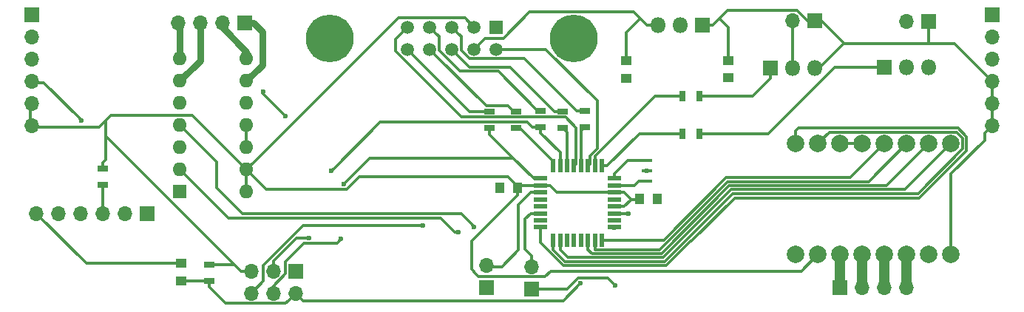
<source format=gtl>
G04 #@! TF.FileFunction,Copper,L1,Top,Signal*
%FSLAX46Y46*%
G04 Gerber Fmt 4.6, Leading zero omitted, Abs format (unit mm)*
G04 Created by KiCad (PCBNEW 4.0.6) date 07/11/17 19:08:17*
%MOMM*%
%LPD*%
G01*
G04 APERTURE LIST*
%ADD10C,0.100000*%
%ADD11R,1.250000X1.000000*%
%ADD12R,1.700000X1.700000*%
%ADD13O,1.700000X1.700000*%
%ADD14C,5.460000*%
%ADD15R,1.520000X1.520000*%
%ADD16C,1.520000*%
%ADD17R,1.600000X1.600000*%
%ADD18O,1.600000X1.600000*%
%ADD19C,2.000000*%
%ADD20R,1.800000X1.800000*%
%ADD21O,1.800000X1.800000*%
%ADD22R,0.700000X1.300000*%
%ADD23R,1.300000X0.700000*%
%ADD24R,1.600000X0.550000*%
%ADD25R,0.550000X1.600000*%
%ADD26R,1.300000X0.400000*%
%ADD27R,1.000000X1.250000*%
%ADD28C,0.600000*%
%ADD29C,0.300000*%
%ADD30C,1.200000*%
%ADD31C,0.750000*%
G04 APERTURE END LIST*
D10*
D11*
X170053000Y-83217000D03*
X170053000Y-85217000D03*
D12*
X204724000Y-78740000D03*
D13*
X202184000Y-78740000D03*
D14*
X164084000Y-80645000D03*
X136144000Y-80645000D03*
D15*
X155194000Y-79375000D03*
D16*
X155194000Y-81915000D03*
X152654000Y-79375000D03*
X152654000Y-81915000D03*
X150114000Y-79375000D03*
X150114000Y-81915000D03*
X147574000Y-79375000D03*
X147574000Y-81915000D03*
X145034000Y-79375000D03*
X145034000Y-81915000D03*
D17*
X118972340Y-98214246D03*
D18*
X126592340Y-82974246D03*
X118972340Y-95674246D03*
X126592340Y-85514246D03*
X118972340Y-93134246D03*
X126592340Y-88054246D03*
X118972340Y-90594246D03*
X126592340Y-90594246D03*
X118972340Y-88054246D03*
X126592340Y-93134246D03*
X118972340Y-85514246D03*
X126592340Y-95674246D03*
X118972340Y-82974246D03*
X126592340Y-98214246D03*
D19*
X199644000Y-105410000D03*
X202184000Y-105410000D03*
X204724000Y-105410000D03*
X207264000Y-105410000D03*
X197104000Y-105410000D03*
X194564000Y-105410000D03*
X192024000Y-105410000D03*
X189484000Y-105410000D03*
X192024000Y-92710000D03*
X199644000Y-92710000D03*
X189484000Y-92710000D03*
X204724000Y-92710000D03*
X207264000Y-92710000D03*
X197104000Y-92710000D03*
X194564000Y-92710000D03*
X202184000Y-92710000D03*
D12*
X194556478Y-109224382D03*
D13*
X197096478Y-109224382D03*
X199636478Y-109224382D03*
X202176478Y-109224382D03*
D12*
X159258000Y-109347000D03*
D13*
X159258000Y-106807000D03*
D12*
X126372437Y-78942429D03*
D13*
X123832437Y-78942429D03*
X121292437Y-78942429D03*
X118752437Y-78942429D03*
D12*
X154051000Y-109220000D03*
D13*
X154051000Y-106680000D03*
D20*
X199644000Y-83947000D03*
D21*
X202184000Y-83947000D03*
X204724000Y-83947000D03*
D12*
X191643000Y-78613000D03*
D13*
X189103000Y-78613000D03*
D20*
X186563000Y-84074000D03*
D21*
X189103000Y-84074000D03*
X191643000Y-84074000D03*
D22*
X178435000Y-91567000D03*
X176535000Y-91567000D03*
X178435000Y-87249000D03*
X176535000Y-87249000D03*
D23*
X160233664Y-88938208D03*
X160233664Y-90838208D03*
X154432000Y-90932000D03*
X154432000Y-89032000D03*
X165313664Y-88938208D03*
X165313664Y-90838208D03*
X162814000Y-90932000D03*
X162814000Y-89032000D03*
X157480000Y-90927000D03*
X157480000Y-89027000D03*
D24*
X168742664Y-102311208D03*
X168742664Y-101511208D03*
X168742664Y-100711208D03*
X168742664Y-99911208D03*
X168742664Y-99111208D03*
X168742664Y-98311208D03*
X168742664Y-97511208D03*
X168742664Y-96711208D03*
D25*
X167292664Y-95261208D03*
X166492664Y-95261208D03*
X165692664Y-95261208D03*
X164892664Y-95261208D03*
X164092664Y-95261208D03*
X163292664Y-95261208D03*
X162492664Y-95261208D03*
X161692664Y-95261208D03*
D24*
X160242664Y-96711208D03*
X160242664Y-97511208D03*
X160242664Y-98311208D03*
X160242664Y-99111208D03*
X160242664Y-99911208D03*
X160242664Y-100711208D03*
X160242664Y-101511208D03*
X160242664Y-102311208D03*
D25*
X161692664Y-103761208D03*
X162492664Y-103761208D03*
X163292664Y-103761208D03*
X164092664Y-103761208D03*
X164892664Y-103761208D03*
X165692664Y-103761208D03*
X166492664Y-103761208D03*
X167292664Y-103761208D03*
D26*
X172425664Y-97053208D03*
X172425664Y-94653208D03*
X172425664Y-95853208D03*
D27*
X157607000Y-97790000D03*
X155607000Y-97790000D03*
X171593000Y-99060000D03*
X173593000Y-99060000D03*
D11*
X181737000Y-83185000D03*
X181737000Y-85185000D03*
D20*
X178816000Y-79121000D03*
D21*
X176276000Y-79121000D03*
X173736000Y-79121000D03*
D12*
X102000000Y-78000000D03*
D13*
X102000000Y-80540000D03*
X102000000Y-83080000D03*
X102000000Y-85620000D03*
X102000000Y-88160000D03*
X102000000Y-90700000D03*
D12*
X212000000Y-78000000D03*
D13*
X212000000Y-80540000D03*
X212000000Y-83080000D03*
X212000000Y-85620000D03*
X212000000Y-88160000D03*
X212000000Y-90700000D03*
D11*
X119126000Y-106458000D03*
X119126000Y-108458000D03*
D12*
X115189000Y-100711000D03*
D13*
X112649000Y-100711000D03*
X110109000Y-100711000D03*
X107569000Y-100711000D03*
X105029000Y-100711000D03*
X102489000Y-100711000D03*
D12*
X132207000Y-107315000D03*
D13*
X132207000Y-109855000D03*
X129667000Y-107315000D03*
X129667000Y-109855000D03*
X127127000Y-107315000D03*
X127127000Y-109855000D03*
D23*
X110109000Y-97470000D03*
X110109000Y-95570000D03*
X122301000Y-108458000D03*
X122301000Y-106558000D03*
D28*
X168783000Y-108966000D03*
X170053000Y-85217000D03*
X181737000Y-85185000D03*
X170307000Y-100711000D03*
X160242664Y-99911208D03*
X155661664Y-97701208D03*
X172425664Y-95853208D03*
X173409664Y-99098208D03*
X168742664Y-99111208D03*
X150876000Y-102870000D03*
X168783000Y-101472994D03*
X137751728Y-97325272D03*
X137414000Y-103632000D03*
X152654000Y-102235000D03*
X168741338Y-102335050D03*
X136291228Y-95864772D03*
X133731000Y-103505000D03*
X157480000Y-90927000D03*
X146812000Y-102108000D03*
X128524000Y-86741000D03*
X131064000Y-89535000D03*
X163292664Y-103761208D03*
X107696000Y-90043000D03*
X164092664Y-103761208D03*
X164892664Y-103761208D03*
X164846000Y-108712000D03*
X166492664Y-103761208D03*
X165692664Y-103761208D03*
D29*
X159258000Y-109347000D02*
X163322998Y-109347000D01*
X163322998Y-109347000D02*
X164557999Y-108111999D01*
X164557999Y-108111999D02*
X167928999Y-108111999D01*
X167928999Y-108111999D02*
X168783000Y-108966000D01*
X168742664Y-100711208D02*
X170306792Y-100711208D01*
X170306792Y-100711208D02*
X170307000Y-100711000D01*
X126592340Y-93134246D02*
X126592340Y-90594246D01*
X124517094Y-101219000D02*
X148800736Y-101219000D01*
X148800736Y-101219000D02*
X150451736Y-102870000D01*
X118972340Y-95674246D02*
X124517094Y-101219000D01*
X150451736Y-102870000D02*
X150876000Y-102870000D01*
X168742664Y-101511208D02*
X168744786Y-101511208D01*
X168744786Y-101511208D02*
X168783000Y-101472994D01*
X192024000Y-105410000D02*
X190119000Y-107315000D01*
X190119000Y-107315000D02*
X161417000Y-107315000D01*
X161417000Y-107315000D02*
X160782000Y-107950000D01*
X160782000Y-107950000D02*
X159817002Y-107950000D01*
X159817002Y-107950000D02*
X159810001Y-107957001D01*
X159810001Y-107957001D02*
X153169001Y-107957001D01*
X153169001Y-107957001D02*
X152654000Y-107442000D01*
X152654000Y-107442000D02*
X152654000Y-107315000D01*
X152654000Y-107315000D02*
X152400000Y-107061000D01*
X152400000Y-107061000D02*
X152400000Y-103887872D01*
X152400000Y-103887872D02*
X157661664Y-98626208D01*
X157661664Y-98626208D02*
X157661664Y-97701208D01*
X125924919Y-107315000D02*
X125095000Y-106485081D01*
X125095000Y-106485081D02*
X110490000Y-91880081D01*
X122301000Y-106558000D02*
X125022081Y-106558000D01*
X125022081Y-106558000D02*
X125095000Y-106485081D01*
X110109000Y-95570000D02*
X110109000Y-94920000D01*
X110109000Y-94920000D02*
X110490000Y-94539000D01*
X110490000Y-94539000D02*
X110490000Y-91880081D01*
X127392339Y-96474245D02*
X126592340Y-95674246D01*
X156559701Y-96474245D02*
X139490757Y-96474245D01*
X139490757Y-96474245D02*
X138039729Y-97925273D01*
X138039729Y-97925273D02*
X128843367Y-97925273D01*
X128843367Y-97925273D02*
X127392339Y-96474245D01*
X157661664Y-97576208D02*
X156559701Y-96474245D01*
X157661664Y-97701208D02*
X157661664Y-97576208D01*
X111038755Y-89494245D02*
X110490000Y-90043000D01*
X110490000Y-90043000D02*
X109728000Y-90805000D01*
X127127000Y-107315000D02*
X125924919Y-107315000D01*
X110490000Y-91880081D02*
X110490000Y-90043000D01*
X152654000Y-79375000D02*
X151593999Y-78314999D01*
X151593999Y-78314999D02*
X143951587Y-78314999D01*
X143951587Y-78314999D02*
X127392339Y-94874247D01*
X127392339Y-94874247D02*
X126592340Y-95674246D01*
X170561000Y-99029544D02*
X170561000Y-99049544D01*
X170561000Y-99049544D02*
X170609664Y-99098208D01*
X170609664Y-99098208D02*
X171409664Y-99098208D01*
X126592340Y-95674246D02*
X120412339Y-89494245D01*
X120412339Y-89494245D02*
X111038755Y-89494245D01*
X109728000Y-90805000D02*
X103056081Y-90805000D01*
X103056081Y-90805000D02*
X101854000Y-90805000D01*
X101854000Y-90805000D02*
X101854000Y-88265000D01*
X160242664Y-97511208D02*
X161342664Y-97511208D01*
X161342664Y-97511208D02*
X162142664Y-98311208D01*
X162142664Y-98311208D02*
X167642664Y-98311208D01*
X167642664Y-98311208D02*
X168742664Y-98311208D01*
X160242664Y-97511208D02*
X157851664Y-97511208D01*
X157851664Y-97511208D02*
X157661664Y-97701208D01*
X168742664Y-99911208D02*
X169842664Y-99911208D01*
X169842664Y-99911208D02*
X170561000Y-99192872D01*
X170561000Y-99192872D02*
X170561000Y-99029544D01*
X168742664Y-98311208D02*
X169842664Y-98311208D01*
X169842664Y-98311208D02*
X170561000Y-99029544D01*
X126592340Y-98214246D02*
X126592340Y-95674246D01*
X155194000Y-81915000D02*
X160869598Y-81915000D01*
X160869598Y-81915000D02*
X166751000Y-87796402D01*
X166751000Y-87796402D02*
X166751000Y-93266462D01*
X166751000Y-93266462D02*
X165917663Y-94099799D01*
X165917663Y-94099799D02*
X165917663Y-95036209D01*
X165917663Y-95036209D02*
X165692664Y-95261208D01*
X164892664Y-95261208D02*
X164892664Y-91259208D01*
X164892664Y-91259208D02*
X165313664Y-90838208D01*
X163292664Y-95261208D02*
X163292664Y-91410664D01*
X163292664Y-91410664D02*
X162814000Y-90932000D01*
X138051727Y-97025273D02*
X137751728Y-97325272D01*
X157147456Y-94361000D02*
X140716000Y-94361000D01*
X140716000Y-94361000D02*
X138051727Y-97025273D01*
X129667000Y-109855000D02*
X129667000Y-109017002D01*
X129667000Y-109017002D02*
X131056999Y-107627003D01*
X131056999Y-107627003D02*
X131056999Y-106224999D01*
X131056999Y-106224999D02*
X133176997Y-104105001D01*
X133176997Y-104105001D02*
X136940999Y-104105001D01*
X136940999Y-104105001D02*
X137114001Y-103931999D01*
X137114001Y-103931999D02*
X137414000Y-103632000D01*
X159497664Y-96711208D02*
X157147456Y-94361000D01*
X157147456Y-94361000D02*
X154432000Y-91645544D01*
X160242664Y-96711208D02*
X159497664Y-96711208D01*
X154432000Y-91645544D02*
X154432000Y-90932000D01*
X145034000Y-79375000D02*
X143637000Y-80772000D01*
X143637000Y-82086802D02*
X151212198Y-89662000D01*
X143637000Y-80772000D02*
X143637000Y-82086802D01*
X151212198Y-89662000D02*
X153521998Y-89662000D01*
X153541999Y-89682001D02*
X155322001Y-89682001D01*
X153521998Y-89662000D02*
X153541999Y-89682001D01*
X155322001Y-89682001D02*
X155342002Y-89662000D01*
X158370001Y-89677001D02*
X158385002Y-89662000D01*
X156589999Y-89677001D02*
X158370001Y-89677001D01*
X155342002Y-89662000D02*
X156574998Y-89662000D01*
X164317663Y-90895661D02*
X164317663Y-95036209D01*
X156574998Y-89662000D02*
X156589999Y-89677001D01*
X161903998Y-89662000D02*
X161923999Y-89682001D01*
X158385002Y-89662000D02*
X161903998Y-89662000D01*
X163104003Y-89682001D02*
X164317663Y-90895661D01*
X161923999Y-89682001D02*
X163104003Y-89682001D01*
X164317663Y-95036209D02*
X164092664Y-95261208D01*
D30*
X194556478Y-109224382D02*
X194556478Y-105544522D01*
X194556478Y-105544522D02*
X194564000Y-105537000D01*
X197096478Y-109224382D02*
X197096478Y-105544522D01*
X197096478Y-105544522D02*
X197104000Y-105537000D01*
X199636478Y-109224382D02*
X199636478Y-105544522D01*
X199636478Y-105544522D02*
X199644000Y-105537000D01*
D29*
X151187989Y-100768989D02*
X152354001Y-101935001D01*
X126168989Y-100768989D02*
X151187989Y-100768989D01*
X123190000Y-97790000D02*
X126168989Y-100768989D01*
X123190000Y-94811906D02*
X123190000Y-97790000D01*
X152354001Y-101935001D02*
X152654000Y-102235000D01*
X118972340Y-90594246D02*
X123190000Y-94811906D01*
X189484000Y-92710000D02*
X189484000Y-91295787D01*
X208074402Y-90959990D02*
X209014011Y-91899599D01*
X209014011Y-91899599D02*
X209014010Y-93520402D01*
X182499000Y-98933000D02*
X177546000Y-103886000D01*
X189484000Y-91295787D02*
X189819798Y-90959989D01*
X209014010Y-93520402D02*
X203601412Y-98933000D01*
X189819798Y-90959989D02*
X208074402Y-90959990D01*
X177546000Y-103886000D02*
X177426049Y-103886000D01*
X203601412Y-98933000D02*
X182499000Y-98933000D01*
X177426049Y-103886000D02*
X174650776Y-106661273D01*
X174650776Y-106661273D02*
X162856318Y-106661272D01*
X162856318Y-106661272D02*
X160242664Y-104047618D01*
X160242664Y-104047618D02*
X160242664Y-102886208D01*
X160242664Y-102886208D02*
X160242664Y-102311208D01*
X208564001Y-92085999D02*
X208564001Y-93334001D01*
X193324001Y-91409999D02*
X207888001Y-91409999D01*
X161692664Y-104861208D02*
X161692664Y-103761208D01*
X203473002Y-98425000D02*
X182250639Y-98425000D01*
X182250639Y-98425000D02*
X174464376Y-106211263D01*
X192024000Y-92710000D02*
X193324001Y-91409999D01*
X174464376Y-106211263D02*
X163042719Y-106211263D01*
X207888001Y-91409999D02*
X208564001Y-92085999D01*
X208564001Y-93334001D02*
X203473002Y-98425000D01*
X163042719Y-106211263D02*
X161692664Y-104861208D01*
X167867664Y-103761208D02*
X167292664Y-103761208D01*
X174368788Y-103761208D02*
X167867664Y-103761208D01*
X195729044Y-96624956D02*
X181505039Y-96624956D01*
X181505039Y-96624956D02*
X174368788Y-103761208D01*
X199644000Y-92710000D02*
X195729044Y-96624956D01*
X174277976Y-105761252D02*
X163392708Y-105761252D01*
X162492664Y-104861208D02*
X162492664Y-103761208D01*
X163392708Y-105761252D02*
X162492664Y-104861208D01*
X201999011Y-97974989D02*
X182064239Y-97974989D01*
X207264000Y-92710000D02*
X201999011Y-97974989D01*
X182064239Y-97974989D02*
X174277976Y-105761252D01*
D30*
X202176478Y-109224382D02*
X202176478Y-105417522D01*
X202176478Y-105417522D02*
X202184000Y-105410000D01*
D29*
X194564000Y-92710000D02*
X197104000Y-92710000D01*
D31*
X126592340Y-85514246D02*
X128404437Y-83702149D01*
X127388437Y-78942429D02*
X126372437Y-78942429D01*
X128404437Y-79958429D02*
X127388437Y-78942429D01*
X128404437Y-83702149D02*
X128404437Y-79958429D01*
X126592340Y-82210332D02*
X123832437Y-79450429D01*
X118972340Y-85514246D02*
X121292437Y-83194149D01*
X121292437Y-83194149D02*
X121292437Y-78942429D01*
X118972340Y-82974246D02*
X118972340Y-79162332D01*
D29*
X189103000Y-78613000D02*
X189103000Y-84074000D01*
X167292664Y-95261208D02*
X167867664Y-95261208D01*
X171561872Y-91567000D02*
X175885000Y-91567000D01*
X167867664Y-95261208D02*
X171561872Y-91567000D01*
X175885000Y-91567000D02*
X176535000Y-91567000D01*
X166492664Y-95261208D02*
X166492665Y-94161207D01*
X173404872Y-87249000D02*
X175885000Y-87249000D01*
X166492665Y-94161207D02*
X173404872Y-87249000D01*
X175885000Y-87249000D02*
X176535000Y-87249000D01*
X181991000Y-91567000D02*
X186309000Y-91567000D01*
X186309000Y-91567000D02*
X193929000Y-83947000D01*
X193929000Y-83947000D02*
X198444000Y-83947000D01*
X198444000Y-83947000D02*
X199644000Y-83947000D01*
X178435000Y-91567000D02*
X179085000Y-91567000D01*
X179085000Y-91567000D02*
X181991000Y-91567000D01*
X181991000Y-87254000D02*
X184583000Y-87254000D01*
X184583000Y-87254000D02*
X186563000Y-85274000D01*
X186563000Y-85274000D02*
X186563000Y-84074000D01*
X178435000Y-87249000D02*
X181986000Y-87249000D01*
X181986000Y-87249000D02*
X181991000Y-87254000D01*
X165313664Y-88938208D02*
X164363664Y-88938208D01*
X164363664Y-88938208D02*
X158400457Y-82975001D01*
X158400457Y-82975001D02*
X152145199Y-82975001D01*
X152145199Y-82975001D02*
X151174001Y-82003803D01*
X151174001Y-82003803D02*
X151174001Y-80435001D01*
X151174001Y-80435001D02*
X150873999Y-80134999D01*
X150873999Y-80134999D02*
X150114000Y-79375000D01*
X162814000Y-89032000D02*
X161864000Y-89032000D01*
X161864000Y-89032000D02*
X156779000Y-83947000D01*
X156779000Y-83947000D02*
X152146000Y-83947000D01*
X152146000Y-83947000D02*
X150873999Y-82674999D01*
X150873999Y-82674999D02*
X150114000Y-81915000D01*
X148333999Y-80134999D02*
X147574000Y-79375000D01*
X148634001Y-80435001D02*
X148333999Y-80134999D01*
X155392467Y-84397011D02*
X151027209Y-84397011D01*
X159933664Y-88938208D02*
X155392467Y-84397011D01*
X160233664Y-88938208D02*
X159933664Y-88938208D01*
X151027209Y-84397011D02*
X148634001Y-82003803D01*
X148634001Y-82003803D02*
X148634001Y-80435001D01*
X156530000Y-88377000D02*
X154036000Y-88377000D01*
X154036000Y-88377000D02*
X148333999Y-82674999D01*
X157480000Y-89027000D02*
X157180000Y-89027000D01*
X157180000Y-89027000D02*
X156530000Y-88377000D01*
X148333999Y-82674999D02*
X147574000Y-81915000D01*
X154432000Y-89032000D02*
X152151000Y-89032000D01*
X152151000Y-89032000D02*
X145034000Y-81915000D01*
X207264000Y-105410000D02*
X207264000Y-96214998D01*
X207264000Y-96214998D02*
X211113001Y-92365997D01*
X211963000Y-90678000D02*
X211963000Y-85598000D01*
X211113001Y-92365997D02*
X211113001Y-91527999D01*
X211113001Y-91527999D02*
X211963000Y-90678000D01*
X207645000Y-81280000D02*
X204597000Y-81280000D01*
X211963000Y-85598000D02*
X207645000Y-81280000D01*
X180721000Y-78416000D02*
X180016000Y-79121000D01*
X181674001Y-77462999D02*
X180721000Y-78416000D01*
X180721000Y-78416000D02*
X181737000Y-79432000D01*
X181737000Y-79432000D02*
X181737000Y-83185000D01*
X191643000Y-78613000D02*
X190805002Y-78613000D01*
X190805002Y-78613000D02*
X189655001Y-77462999D01*
X189655001Y-77462999D02*
X181674001Y-77462999D01*
X180016000Y-79121000D02*
X178816000Y-79121000D01*
X204724000Y-81280000D02*
X204597000Y-81280000D01*
X204597000Y-81280000D02*
X195460000Y-81280000D01*
X195460000Y-81280000D02*
X195072000Y-81280000D01*
X195072000Y-81280000D02*
X192405000Y-78613000D01*
X192405000Y-78613000D02*
X191643000Y-78613000D01*
X195460000Y-81280000D02*
X194945000Y-81280000D01*
X194945000Y-81280000D02*
X192151000Y-84074000D01*
X192151000Y-84074000D02*
X191643000Y-84074000D01*
X204724000Y-81280000D02*
X204724000Y-78740000D01*
X158722455Y-90276999D02*
X141879001Y-90276999D01*
X136591227Y-95564773D02*
X136291228Y-95864772D01*
X141879001Y-90276999D02*
X136591227Y-95564773D01*
X159283664Y-90838208D02*
X158722455Y-90276999D01*
X160233664Y-90838208D02*
X159283664Y-90838208D01*
X129667000Y-107315000D02*
X129667000Y-106172000D01*
X129667000Y-106172000D02*
X132334000Y-103505000D01*
X132334000Y-103505000D02*
X133731000Y-103505000D01*
X160233664Y-90838208D02*
X160233664Y-91488208D01*
X160233664Y-91488208D02*
X162492664Y-93747208D01*
X162492664Y-93747208D02*
X162492664Y-94161208D01*
X162492664Y-94161208D02*
X162492664Y-95261208D01*
X127127000Y-109855000D02*
X128516999Y-108465001D01*
X128516999Y-108465001D02*
X128516999Y-106685591D01*
X128516999Y-106685591D02*
X133094590Y-102108000D01*
X133094590Y-102108000D02*
X146812000Y-102108000D01*
X161692664Y-95261208D02*
X161692664Y-94736208D01*
X161692664Y-94736208D02*
X157883456Y-90927000D01*
X157883456Y-90927000D02*
X157480000Y-90927000D01*
X172425664Y-97053208D02*
X171475664Y-97053208D01*
X171475664Y-97053208D02*
X171017664Y-97511208D01*
X171017664Y-97511208D02*
X169842664Y-97511208D01*
X169842664Y-97511208D02*
X168742664Y-97511208D01*
X168742664Y-96711208D02*
X168742664Y-96136208D01*
X168742664Y-96136208D02*
X170225664Y-94653208D01*
X170225664Y-94653208D02*
X171475664Y-94653208D01*
X171475664Y-94653208D02*
X172425664Y-94653208D01*
X131064000Y-89535000D02*
X128524000Y-86995000D01*
X128524000Y-86995000D02*
X128524000Y-86741000D01*
X103378000Y-85725000D02*
X107396001Y-89743001D01*
X101854000Y-85725000D02*
X103378000Y-85725000D01*
X107396001Y-89743001D02*
X107696000Y-90043000D01*
X153924000Y-106680000D02*
X154051000Y-106807000D01*
X154051000Y-106807000D02*
X155828002Y-106807000D01*
X157734000Y-104901002D02*
X157734000Y-99695000D01*
X155828002Y-106807000D02*
X157734000Y-104901002D01*
X157734000Y-99695000D02*
X159131000Y-98298000D01*
X159131000Y-98298000D02*
X160147000Y-98298000D01*
X158496000Y-101357872D02*
X158496000Y-104842919D01*
X158496000Y-104842919D02*
X159258000Y-105604919D01*
X159258000Y-105604919D02*
X159258000Y-106807000D01*
X160242664Y-100711208D02*
X159142663Y-100711209D01*
X159142663Y-100711209D02*
X158496000Y-101357872D01*
X171701208Y-78359000D02*
X170957207Y-77614999D01*
X170957207Y-77614999D02*
X159014003Y-77614999D01*
X159014003Y-77614999D02*
X155984002Y-80645000D01*
X155984002Y-80645000D02*
X153924000Y-80645000D01*
X153924000Y-80645000D02*
X153413999Y-81155001D01*
X153413999Y-81155001D02*
X152654000Y-81915000D01*
X172463208Y-79121000D02*
X171701208Y-78359000D01*
X171701208Y-78359000D02*
X170053000Y-80007208D01*
X170053000Y-80007208D02*
X170053000Y-83217000D01*
X173736000Y-79121000D02*
X172463208Y-79121000D01*
X119126000Y-106458000D02*
X108236000Y-106458000D01*
X108236000Y-106458000D02*
X102489000Y-100711000D01*
X122301000Y-108458000D02*
X122301000Y-109108000D01*
X122301000Y-109108000D02*
X124198001Y-111005001D01*
X124198001Y-111005001D02*
X131056999Y-111005001D01*
X131056999Y-111005001D02*
X131357001Y-110704999D01*
X131357001Y-110704999D02*
X132207000Y-109855000D01*
X119126000Y-108458000D02*
X120051000Y-108458000D01*
X120051000Y-108458000D02*
X122301000Y-108458000D01*
X132207000Y-109855000D02*
X133056999Y-110704999D01*
X133056999Y-110704999D02*
X162853001Y-110704999D01*
X162853001Y-110704999D02*
X164846000Y-108712000D01*
X110109000Y-100711000D02*
X110109000Y-97470000D01*
X197819033Y-97074967D02*
X181691439Y-97074967D01*
X181691439Y-97074967D02*
X173905176Y-104861230D01*
X202184000Y-92710000D02*
X197819033Y-97074967D01*
X166492664Y-104861208D02*
X166492664Y-103761208D01*
X173905176Y-104861230D02*
X166492686Y-104861230D01*
X166492686Y-104861230D02*
X166492664Y-104861208D01*
X174091576Y-105311241D02*
X166142697Y-105311241D01*
X204724000Y-92710000D02*
X199909022Y-97524978D01*
X165692664Y-104861208D02*
X165692664Y-103761208D01*
X166142697Y-105311241D02*
X165692664Y-104861208D01*
X181877839Y-97524978D02*
X174091576Y-105311241D01*
X199909022Y-97524978D02*
X181877839Y-97524978D01*
M02*

</source>
